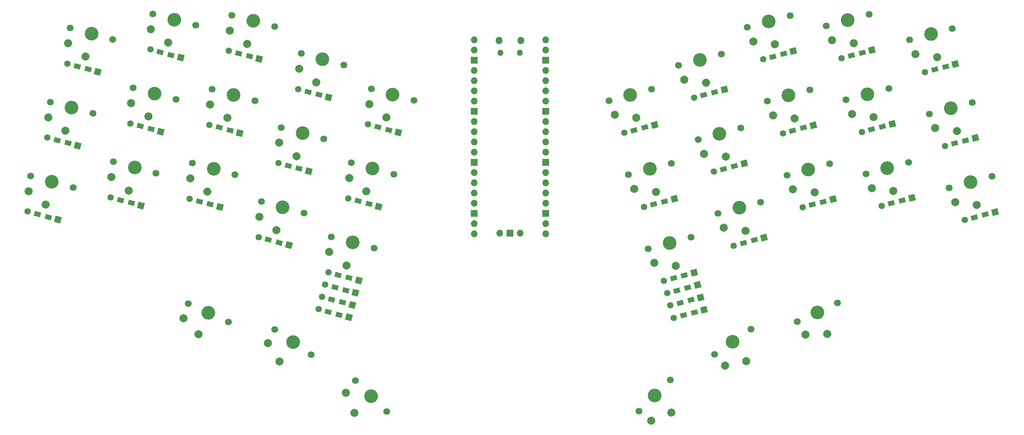
<source format=gbs>
%TF.GenerationSoftware,KiCad,Pcbnew,(6.0.4)*%
%TF.CreationDate,2022-04-18T21:46:59-04:00*%
%TF.ProjectId,crowboard,63726f77-626f-4617-9264-2e6b69636164,rev?*%
%TF.SameCoordinates,Original*%
%TF.FileFunction,Soldermask,Bot*%
%TF.FilePolarity,Negative*%
%FSLAX46Y46*%
G04 Gerber Fmt 4.6, Leading zero omitted, Abs format (unit mm)*
G04 Created by KiCad (PCBNEW (6.0.4)) date 2022-04-18 21:46:59*
%MOMM*%
%LPD*%
G01*
G04 APERTURE LIST*
G04 Aperture macros list*
%AMRotRect*
0 Rectangle, with rotation*
0 The origin of the aperture is its center*
0 $1 length*
0 $2 width*
0 $3 Rotation angle, in degrees counterclockwise*
0 Add horizontal line*
21,1,$1,$2,0,0,$3*%
G04 Aperture macros list end*
%ADD10C,1.700000*%
%ADD11C,3.400000*%
%ADD12C,2.000000*%
%ADD13RotRect,1.600000X1.200000X345.000000*%
%ADD14RotRect,1.600000X1.600000X345.000000*%
%ADD15C,1.600000*%
%ADD16RotRect,1.600000X1.200000X15.000000*%
%ADD17RotRect,1.600000X1.600000X15.000000*%
%ADD18O,1.500000X1.500000*%
%ADD19O,1.800000X1.800000*%
%ADD20O,1.700000X1.700000*%
%ADD21R,1.700000X1.700000*%
G04 APERTURE END LIST*
D10*
%TO.C,MX24*%
X97857221Y-89769644D03*
X87232037Y-86922634D03*
D11*
X92544629Y-88346139D03*
D12*
X91017597Y-94045101D03*
X86731487Y-90722562D03*
%TD*%
D13*
%TO.C,D11*%
X39159473Y-72398128D03*
D14*
X41574288Y-73045175D03*
D15*
X34040066Y-71026387D03*
D13*
X36454881Y-71673434D03*
%TD*%
D16*
%TO.C,D7*%
X199977492Y-59725756D03*
D17*
X202392307Y-59078709D03*
D16*
X197272900Y-60450450D03*
D15*
X194858085Y-61097497D03*
%TD*%
D11*
%TO.C,MX2*%
X65603861Y-41683359D03*
D10*
X70916453Y-43106864D03*
X60291269Y-40259854D03*
D12*
X64076829Y-47382321D03*
X59790719Y-44059782D03*
%TD*%
D17*
%TO.C,D20*%
X264785284Y-71121827D03*
D16*
X262370469Y-71768874D03*
X259665877Y-72493568D03*
D15*
X257251062Y-73140615D03*
%TD*%
D10*
%TO.C,MX28*%
X228598574Y-77531024D03*
D11*
X223285982Y-78954529D03*
D10*
X217973390Y-80378034D03*
D12*
X224813014Y-84653491D03*
X219439865Y-83919142D03*
%TD*%
D14*
%TO.C,D4*%
X103967265Y-61002057D03*
D13*
X101552450Y-60355010D03*
D15*
X96433043Y-58983269D03*
D13*
X98847858Y-59630316D03*
%TD*%
%TO.C,D15*%
X113995646Y-87519918D03*
D14*
X116410461Y-88166965D03*
D15*
X108876239Y-86148177D03*
D13*
X111291054Y-86795224D03*
%TD*%
D14*
%TO.C,D25*%
X111479959Y-106567852D03*
D13*
X109065144Y-105920805D03*
X106360552Y-105196111D03*
D15*
X103945737Y-104549064D03*
%TD*%
D10*
%TO.C,MX11*%
X45379582Y-65025547D03*
X34754398Y-62178537D03*
D11*
X40066990Y-63602042D03*
D12*
X38539958Y-69301004D03*
X34253848Y-65978465D03*
%TD*%
D16*
%TO.C,D17*%
X204907994Y-78126643D03*
D17*
X207322809Y-77479596D03*
D16*
X202203402Y-78851337D03*
D15*
X199788587Y-79498384D03*
%TD*%
D17*
%TO.C,D19*%
X244124583Y-67618590D03*
D16*
X241709768Y-68265637D03*
X239005176Y-68990331D03*
D15*
X236590361Y-69637378D03*
%TD*%
D10*
%TO.C,MX3*%
X90549965Y-43437145D03*
D11*
X85237373Y-42013640D03*
D10*
X79924781Y-40590135D03*
D12*
X83710341Y-47712602D03*
X79424231Y-44390063D03*
%TD*%
D13*
%TO.C,D14*%
X96621947Y-78755897D03*
D14*
X99036762Y-79402944D03*
D13*
X93917355Y-78031203D03*
D15*
X91502540Y-77384156D03*
%TD*%
D13*
%TO.C,D23*%
X74523183Y-87626059D03*
D14*
X76937998Y-88273106D03*
D13*
X71818591Y-86901365D03*
D15*
X69403776Y-86254318D03*
%TD*%
D10*
%TO.C,MX17*%
X206499810Y-68660862D03*
D11*
X201187218Y-70084367D03*
D10*
X195874626Y-71507872D03*
D12*
X202714250Y-75783329D03*
X197341101Y-75048980D03*
%TD*%
D10*
%TO.C,MX35*%
X208982081Y-118640301D03*
D11*
X204476745Y-121794971D03*
D10*
X199971409Y-124949641D03*
D12*
X207860846Y-126627968D03*
X202560575Y-127775631D03*
%TD*%
D16*
%TO.C,D18*%
X222076256Y-68595918D03*
D17*
X224491071Y-67948871D03*
D15*
X216956849Y-69967659D03*
D16*
X219371664Y-69320612D03*
%TD*%
D14*
%TO.C,D12*%
X62234988Y-69541938D03*
D13*
X59820173Y-68894891D03*
X57115581Y-68170197D03*
D15*
X54700766Y-67523150D03*
%TD*%
D12*
%TO.C,MX21*%
X29323346Y-84379352D03*
X33609456Y-87701891D03*
D10*
X29823896Y-80579424D03*
D11*
X35136488Y-82002929D03*
D10*
X40449080Y-83426434D03*
%TD*%
D14*
%TO.C,D22*%
X57304486Y-87942825D03*
D13*
X54889671Y-87295778D03*
X52185079Y-86571084D03*
D15*
X49770264Y-85924037D03*
%TD*%
D13*
%TO.C,D24*%
X91691445Y-97156784D03*
D14*
X94106260Y-97803831D03*
D15*
X86572038Y-95785043D03*
D13*
X88986853Y-96432090D03*
%TD*%
D14*
%TO.C,D3*%
X86684300Y-51440598D03*
D13*
X84269485Y-50793551D03*
X81564893Y-50068857D03*
D15*
X79150078Y-49421810D03*
%TD*%
D14*
%TO.C,D21*%
X36643785Y-91446062D03*
D13*
X34228970Y-90799015D03*
X31524378Y-90074321D03*
D15*
X29109563Y-89427274D03*
%TD*%
D11*
%TO.C,MX9*%
X233058489Y-41822474D03*
D10*
X227745897Y-43245979D03*
X238371081Y-40398969D03*
D12*
X234585521Y-47521436D03*
X229212372Y-46787087D03*
%TD*%
D10*
%TO.C,MX22*%
X61055447Y-79908638D03*
X50430263Y-77061628D03*
D11*
X55742855Y-78485133D03*
D12*
X54215823Y-84184095D03*
X49929713Y-80861556D03*
%TD*%
D11*
%TO.C,MX1*%
X44997493Y-45201155D03*
D10*
X50310085Y-46624660D03*
X39684901Y-43777650D03*
D12*
X43470461Y-50900117D03*
X39184351Y-47577578D03*
%TD*%
D10*
%TO.C,MX26*%
X183485763Y-98658221D03*
D11*
X188798355Y-97234716D03*
D10*
X194110947Y-95811211D03*
D12*
X190325387Y-102933678D03*
X184952238Y-102199329D03*
%TD*%
D10*
%TO.C,MX33*%
X118417721Y-139213345D03*
X110639547Y-131435171D03*
D11*
X114528634Y-135324258D03*
D12*
X110356704Y-139496188D03*
X108306094Y-134475730D03*
%TD*%
D10*
%TO.C,MX5*%
X125200592Y-61761008D03*
D11*
X119888000Y-60337503D03*
D10*
X114575408Y-58913998D03*
D12*
X118360968Y-66036465D03*
X114074858Y-62713926D03*
%TD*%
D16*
%TO.C,D6*%
X182603793Y-68489776D03*
D17*
X185018608Y-67842729D03*
D15*
X177484386Y-69861517D03*
D16*
X179899201Y-69214470D03*
%TD*%
D14*
%TO.C,D1*%
X46571198Y-54662082D03*
D13*
X44156383Y-54015035D03*
D15*
X39036976Y-52643294D03*
D13*
X41451791Y-53290341D03*
%TD*%
D11*
%TO.C,MX30*%
X263634529Y-82112927D03*
D10*
X268947121Y-80689422D03*
X258321937Y-83536432D03*
D12*
X265161561Y-87811889D03*
X259788412Y-87077540D03*
%TD*%
D11*
%TO.C,MX10*%
X253773523Y-45311153D03*
D10*
X259086115Y-43887648D03*
X248460931Y-46734658D03*
D12*
X255300555Y-51010115D03*
X249927406Y-50275766D03*
%TD*%
D10*
%TO.C,MX6*%
X184304275Y-58994879D03*
X173679091Y-61841889D03*
D11*
X178991683Y-60418384D03*
D12*
X180518715Y-66117346D03*
X175145566Y-65382997D03*
%TD*%
D11*
%TO.C,MX14*%
X97475132Y-69945252D03*
D10*
X92162540Y-68521747D03*
X102787724Y-71368757D03*
D12*
X95948100Y-75644214D03*
X91661990Y-72321675D03*
%TD*%
D17*
%TO.C,D36*%
X195701364Y-107711318D03*
D16*
X193286549Y-108358365D03*
D15*
X188167142Y-109730106D03*
D16*
X190581957Y-109083059D03*
%TD*%
D10*
%TO.C,MX16*%
X189180444Y-77410324D03*
X178555260Y-80257334D03*
D11*
X183867852Y-78833829D03*
D12*
X185394884Y-84532791D03*
X180021735Y-83798442D03*
%TD*%
D11*
%TO.C,MX23*%
X75376368Y-78815414D03*
D10*
X80688960Y-80238919D03*
X70063776Y-77391909D03*
D12*
X73849336Y-84514376D03*
X69563226Y-81191837D03*
%TD*%
D10*
%TO.C,MX13*%
X74994279Y-58991022D03*
X85619463Y-61838032D03*
D11*
X80306871Y-60414527D03*
D12*
X78779839Y-66113489D03*
X74493729Y-62790950D03*
%TD*%
D10*
%TO.C,MX19*%
X243301584Y-58799856D03*
X232676400Y-61646866D03*
D11*
X237988992Y-60223361D03*
D12*
X239516024Y-65922323D03*
X234142875Y-65187974D03*
%TD*%
D10*
%TO.C,MX32*%
X90609972Y-118750299D03*
X99620644Y-125059639D03*
D11*
X95115308Y-121904969D03*
D12*
X91731207Y-126737966D03*
X88839957Y-122149865D03*
%TD*%
D18*
%TO.C,U1*%
X151523000Y-49896000D03*
D19*
X151823000Y-46866000D03*
D18*
X146673000Y-49896000D03*
D19*
X146373000Y-46866000D03*
D20*
X140208000Y-46736000D03*
X140208000Y-49276000D03*
D21*
X140208000Y-51816000D03*
D20*
X140208000Y-54356000D03*
X140208000Y-56896000D03*
X140208000Y-59436000D03*
X140208000Y-61976000D03*
D21*
X140208000Y-64516000D03*
D20*
X140208000Y-67056000D03*
X140208000Y-69596000D03*
X140208000Y-72136000D03*
X140208000Y-74676000D03*
D21*
X140208000Y-77216000D03*
D20*
X140208000Y-79756000D03*
X140208000Y-82296000D03*
X140208000Y-84836000D03*
X140208000Y-87376000D03*
D21*
X140208000Y-89916000D03*
D20*
X140208000Y-92456000D03*
X140208000Y-94996000D03*
X157988000Y-94996000D03*
X157988000Y-92456000D03*
D21*
X157988000Y-89916000D03*
D20*
X157988000Y-87376000D03*
X157988000Y-84836000D03*
X157988000Y-82296000D03*
X157988000Y-79756000D03*
D21*
X157988000Y-77216000D03*
D20*
X157988000Y-74676000D03*
X157988000Y-72136000D03*
X157988000Y-69596000D03*
X157988000Y-67056000D03*
D21*
X157988000Y-64516000D03*
D20*
X157988000Y-61976000D03*
X157988000Y-59436000D03*
X157988000Y-56896000D03*
X157988000Y-54356000D03*
D21*
X157988000Y-51816000D03*
D20*
X157988000Y-49276000D03*
X157988000Y-46736000D03*
X146558000Y-94766000D03*
D21*
X149098000Y-94766000D03*
D20*
X151638000Y-94766000D03*
%TD*%
D16*
%TO.C,D34*%
X194930050Y-114491994D03*
D17*
X197344865Y-113844947D03*
D16*
X192225458Y-115216688D03*
D15*
X189810643Y-115863735D03*
%TD*%
D17*
%TO.C,D26*%
X194879613Y-104644503D03*
D16*
X192464798Y-105291550D03*
D15*
X187345391Y-106663291D03*
D16*
X189760206Y-106016244D03*
%TD*%
D11*
%TO.C,MX34*%
X185063420Y-135214260D03*
D10*
X181174333Y-139103347D03*
X188952507Y-131325173D03*
D12*
X189235350Y-139386190D03*
X184214892Y-141436800D03*
%TD*%
D10*
%TO.C,MX15*%
X109590572Y-77300326D03*
X120215756Y-80147336D03*
D11*
X114903164Y-78723831D03*
D12*
X113376132Y-84422793D03*
X109090022Y-81100254D03*
%TD*%
D11*
%TO.C,MX7*%
X196311048Y-51668921D03*
D10*
X201623640Y-50245416D03*
X190998456Y-53092426D03*
D12*
X197838080Y-57367883D03*
X192464931Y-56633534D03*
%TD*%
D10*
%TO.C,MX25*%
X115285253Y-98548223D03*
D11*
X109972661Y-97124718D03*
D10*
X104660069Y-95701213D03*
D12*
X108445629Y-102823680D03*
X104159519Y-99501141D03*
%TD*%
D17*
%TO.C,D27*%
X212253312Y-95880483D03*
D16*
X209838497Y-96527530D03*
D15*
X204719090Y-97899271D03*
D16*
X207133905Y-97252224D03*
%TD*%
%TO.C,D29*%
X246640271Y-86666524D03*
D17*
X249055086Y-86019477D03*
D16*
X243935679Y-87391218D03*
D15*
X241520864Y-88038265D03*
%TD*%
D13*
%TO.C,D2*%
X64750676Y-50494004D03*
D14*
X67165491Y-51141051D03*
D15*
X59631269Y-49122263D03*
D13*
X62046084Y-49769310D03*
%TD*%
D14*
%TO.C,D33*%
X109022925Y-115737627D03*
D13*
X106608110Y-115090580D03*
X103903518Y-114365886D03*
D15*
X101488703Y-113718839D03*
%TD*%
D10*
%TO.C,MX20*%
X264016618Y-62288535D03*
D11*
X258704026Y-63712040D03*
D10*
X253391434Y-65135545D03*
D12*
X260231058Y-69411002D03*
X254857909Y-68676653D03*
%TD*%
D10*
%TO.C,MX4*%
X97147376Y-50135418D03*
D11*
X102459968Y-51558923D03*
D10*
X107772560Y-52982428D03*
D12*
X100932936Y-57257885D03*
X96646826Y-53935346D03*
%TD*%
D16*
%TO.C,D9*%
X236664562Y-49895485D03*
D17*
X239079377Y-49248438D03*
D15*
X231545155Y-51267226D03*
D16*
X233959970Y-50620179D03*
%TD*%
D10*
%TO.C,MX27*%
X211430313Y-87061749D03*
D11*
X206117721Y-88485254D03*
D10*
X200805129Y-89908759D03*
D12*
X207644753Y-94184216D03*
X202271604Y-93449867D03*
%TD*%
D11*
%TO.C,MX36*%
X225533571Y-114509310D03*
D10*
X230518264Y-112184910D03*
X220548878Y-116833710D03*
D12*
X228027019Y-119856526D03*
X222607981Y-120066371D03*
%TD*%
D16*
%TO.C,D16*%
X187534296Y-86890663D03*
D17*
X189949111Y-86243616D03*
D16*
X184829704Y-87615357D03*
D15*
X182414889Y-88262404D03*
%TD*%
D17*
%TO.C,D28*%
X229421574Y-86349758D03*
D16*
X227006759Y-86996805D03*
D15*
X221887352Y-88368546D03*
D16*
X224302167Y-87721499D03*
%TD*%
%TO.C,D30*%
X267300972Y-90169761D03*
D17*
X269715787Y-89522714D03*
D15*
X262181565Y-91541502D03*
D16*
X264596380Y-90894455D03*
%TD*%
%TO.C,D10*%
X257439966Y-53367987D03*
D17*
X259854781Y-52720940D03*
D15*
X252320559Y-54739728D03*
D16*
X254735374Y-54092681D03*
%TD*%
D11*
%TO.C,MX8*%
X213424976Y-42152755D03*
D10*
X218737568Y-40729250D03*
X208112384Y-43576260D03*
D12*
X214952008Y-47851717D03*
X209578859Y-47117368D03*
%TD*%
D16*
%TO.C,D8*%
X217145753Y-50195031D03*
D17*
X219560568Y-49547984D03*
D15*
X212026346Y-51566772D03*
D16*
X214441161Y-50919725D03*
%TD*%
D11*
%TO.C,MX29*%
X242919495Y-78624248D03*
D10*
X237606903Y-80047753D03*
X248232087Y-77200743D03*
D12*
X244446527Y-84323210D03*
X239073378Y-83588861D03*
%TD*%
D13*
%TO.C,D32*%
X107429860Y-112023766D03*
D14*
X109844675Y-112670813D03*
D15*
X102310453Y-110652025D03*
D13*
X104725268Y-111299072D03*
%TD*%
D14*
%TO.C,D13*%
X81868501Y-69872219D03*
D13*
X79453686Y-69225172D03*
X76749094Y-68500478D03*
D15*
X74334279Y-67853431D03*
%TD*%
D17*
%TO.C,D35*%
X196523114Y-110778132D03*
D16*
X194108299Y-111425179D03*
D15*
X188988892Y-112796920D03*
D16*
X191403707Y-112149873D03*
%TD*%
D14*
%TO.C,D31*%
X110658208Y-109634666D03*
D13*
X108243393Y-108987619D03*
X105538801Y-108262925D03*
D15*
X103123986Y-107615878D03*
%TD*%
D14*
%TO.C,D5*%
X121340964Y-69766078D03*
D13*
X118926149Y-69119031D03*
D15*
X113806742Y-67747290D03*
D13*
X116221557Y-68394337D03*
%TD*%
D11*
%TO.C,MX12*%
X60673358Y-60084246D03*
D10*
X65985950Y-61507751D03*
X55360766Y-58660741D03*
D12*
X59146326Y-65783208D03*
X54860216Y-62460669D03*
%TD*%
D10*
%TO.C,MX18*%
X213042887Y-61977147D03*
D11*
X218355479Y-60553642D03*
D10*
X223668071Y-59130137D03*
D12*
X219882511Y-66252604D03*
X214509362Y-65518255D03*
%TD*%
D10*
%TO.C,MX31*%
X69073789Y-112294908D03*
X79043175Y-116943708D03*
D11*
X74058482Y-114619308D03*
D12*
X71565034Y-119966524D03*
X67920994Y-115950186D03*
%TD*%
M02*

</source>
